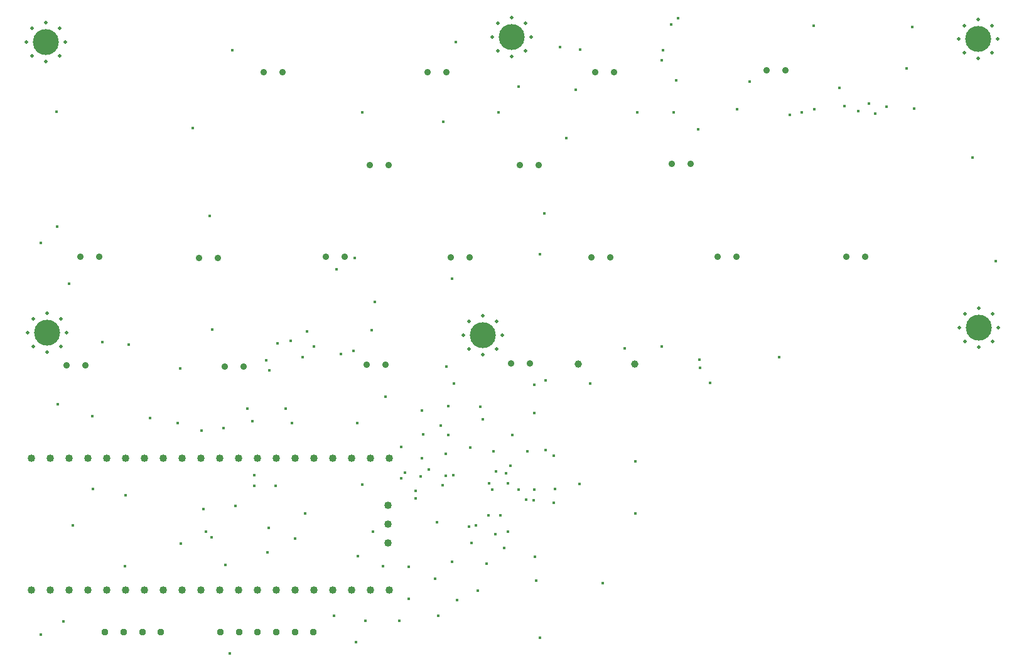
<source format=gbr>
%TF.GenerationSoftware,KiCad,Pcbnew,6.0.10+dfsg-1~bpo11+1*%
%TF.CreationDate,2023-02-28T12:29:17+00:00*%
%TF.ProjectId,CoverUI,436f7665-7255-4492-9e6b-696361645f70,rev?*%
%TF.SameCoordinates,Original*%
%TF.FileFunction,Plated,1,2,PTH,Drill*%
%TF.FilePolarity,Positive*%
%FSLAX46Y46*%
G04 Gerber Fmt 4.6, Leading zero omitted, Abs format (unit mm)*
G04 Created by KiCad (PCBNEW 6.0.10+dfsg-1~bpo11+1) date 2023-02-28 12:29:17*
%MOMM*%
%LPD*%
G01*
G04 APERTURE LIST*
%TA.AperFunction,ViaDrill*%
%ADD10C,0.400000*%
%TD*%
%TA.AperFunction,ComponentDrill*%
%ADD11C,0.500000*%
%TD*%
%TA.AperFunction,ComponentDrill*%
%ADD12C,0.914400*%
%TD*%
%TA.AperFunction,ComponentDrill*%
%ADD13C,0.950000*%
%TD*%
%TA.AperFunction,ComponentDrill*%
%ADD14C,1.000000*%
%TD*%
%TA.AperFunction,ComponentDrill*%
%ADD15C,1.020000*%
%TD*%
%TA.AperFunction,ComponentDrill*%
%ADD16C,3.500000*%
%TD*%
G04 APERTURE END LIST*
D10*
X68478400Y-92049600D03*
X68478400Y-144932000D03*
X70612000Y-74320400D03*
X70668400Y-89857900D03*
X70764400Y-113792000D03*
X71475600Y-143154000D03*
X72237600Y-97586800D03*
X72745600Y-130200000D03*
X75387200Y-115468000D03*
X75488800Y-125222000D03*
X76758800Y-105461000D03*
X79806800Y-135636000D03*
X79908400Y-126086000D03*
X80314800Y-105816000D03*
X83159600Y-115672000D03*
X86918800Y-116383000D03*
X87289600Y-109012000D03*
X87325200Y-132639000D03*
X88950800Y-76555600D03*
X90119200Y-117348000D03*
X90373200Y-127965000D03*
X90729044Y-130962244D03*
X91236800Y-88392000D03*
X91490800Y-131775000D03*
X91592400Y-103734000D03*
X93065600Y-117043000D03*
X93319600Y-135534000D03*
X93914900Y-147444000D03*
X94284800Y-66090800D03*
X94742000Y-127508000D03*
X96316800Y-114402000D03*
X96977200Y-116078000D03*
X97282000Y-123393000D03*
X97282000Y-124866000D03*
X98856800Y-107899000D03*
X99041700Y-133757000D03*
X99217400Y-130517000D03*
X99263200Y-109271000D03*
X100112000Y-124810000D03*
X100335448Y-105599100D03*
X101498000Y-114402000D03*
X102139000Y-105238000D03*
X102362000Y-116332000D03*
X102768000Y-131978000D03*
X103744000Y-107485500D03*
X104140000Y-128575000D03*
X104346000Y-103985000D03*
X105258000Y-106020000D03*
X108025000Y-142348000D03*
X108333000Y-95652500D03*
X108915000Y-107036000D03*
X110592000Y-106578500D03*
X110812000Y-94090100D03*
X110947000Y-145948000D03*
X111100000Y-116383000D03*
X111201000Y-134315000D03*
X111785000Y-74411000D03*
X111785000Y-124628000D03*
X112268000Y-143053000D03*
X113072300Y-103794200D03*
X113267000Y-131019000D03*
X113498400Y-100055000D03*
X114605000Y-135687000D03*
X114960000Y-112776000D03*
X116789000Y-143053000D03*
X117089272Y-123834991D03*
X117094000Y-119583000D03*
X117599056Y-123033944D03*
X118059000Y-135788000D03*
X118110000Y-140106000D03*
X118974000Y-126543000D03*
X119021000Y-125541000D03*
X119646000Y-123532000D03*
X119820000Y-114642000D03*
X119826000Y-121136000D03*
X119990000Y-117856000D03*
X120752000Y-122631000D03*
X121666000Y-137363000D03*
X121869000Y-129743000D03*
X122072000Y-142392000D03*
X122377000Y-116738000D03*
X122631000Y-124765000D03*
X122733000Y-75742800D03*
X123038000Y-120548000D03*
X123088000Y-123444000D03*
X123178000Y-108760000D03*
X123432000Y-118000000D03*
X123444000Y-114097000D03*
X123925300Y-96916800D03*
X123934000Y-135103000D03*
X124044000Y-123407000D03*
X124155000Y-111049000D03*
X124460000Y-64922400D03*
X124562000Y-140259000D03*
X126201000Y-130311000D03*
X126402000Y-119622000D03*
X126501000Y-132538000D03*
X127143000Y-130191000D03*
X127352000Y-138954000D03*
X127711000Y-114198000D03*
X128088000Y-115831000D03*
X128575000Y-135331000D03*
X128829000Y-128778000D03*
X128930000Y-124511000D03*
X129292000Y-125339500D03*
X129489000Y-120142000D03*
X129743000Y-131318000D03*
X129839000Y-122840000D03*
X130165000Y-74411000D03*
X130454000Y-128829000D03*
X130962000Y-133198000D03*
X131166000Y-123102000D03*
X131420000Y-131013000D03*
X131465000Y-124466000D03*
X131826000Y-122123000D03*
X132080000Y-117958000D03*
X132893000Y-70967600D03*
X132893000Y-125324000D03*
X133904000Y-126689000D03*
X134112000Y-120178700D03*
X134886000Y-126732000D03*
X134976000Y-111201000D03*
X134976000Y-115011000D03*
X135026000Y-125324000D03*
X135077000Y-134366000D03*
X135230000Y-137617000D03*
X135737600Y-93573600D03*
X135738000Y-145288000D03*
X136373000Y-88061800D03*
X136492000Y-119996000D03*
X136550000Y-110642000D03*
X137638000Y-127071000D03*
X137668000Y-120749000D03*
X137820000Y-125273000D03*
X138466000Y-65683100D03*
X139344000Y-77927200D03*
X140564000Y-71424800D03*
X141072000Y-124538000D03*
X141224000Y-65989200D03*
X142570000Y-111039000D03*
X144272000Y-137922000D03*
X147168000Y-106324000D03*
X148641000Y-121564000D03*
X148641000Y-128524000D03*
X148882000Y-74411000D03*
X152170000Y-67398100D03*
X152197000Y-106070000D03*
X152349000Y-66090800D03*
X153430000Y-62631000D03*
X153760000Y-74411000D03*
X154178000Y-70104000D03*
X154372000Y-61777700D03*
X157074000Y-76758800D03*
X157263000Y-107825000D03*
X157318000Y-108887000D03*
X158741000Y-110923000D03*
X162325000Y-73993400D03*
X164033000Y-70307200D03*
X168046000Y-107493000D03*
X169490000Y-74776300D03*
X171091000Y-74411000D03*
X172720000Y-62738000D03*
X172768000Y-74001300D03*
X176174000Y-71120000D03*
X176835000Y-73609200D03*
X178664000Y-74269600D03*
X180100000Y-73247100D03*
X181000000Y-74625200D03*
X182542000Y-73687900D03*
X185217000Y-68478400D03*
X185979000Y-62890400D03*
X186239000Y-73912700D03*
X194107000Y-80518000D03*
X197256000Y-94538800D03*
D11*
%TO.C,H1001*%
X66492000Y-64977000D03*
%TO.C,H1003*%
X66662000Y-104137000D03*
%TO.C,H1001*%
X67260845Y-63120845D03*
X67260845Y-66833155D03*
%TO.C,H1003*%
X67430845Y-102280845D03*
X67430845Y-105993155D03*
%TO.C,H1001*%
X69117000Y-62352000D03*
X69117000Y-67602000D03*
%TO.C,H1003*%
X69287000Y-101512000D03*
X69287000Y-106762000D03*
%TO.C,H1001*%
X70973155Y-63120845D03*
X70973155Y-66833155D03*
%TO.C,H1003*%
X71143155Y-102280845D03*
X71143155Y-105993155D03*
%TO.C,H1001*%
X71742000Y-64977000D03*
%TO.C,H1003*%
X71912000Y-104137000D03*
%TO.C,H1004*%
X125402000Y-104487000D03*
X126170845Y-102630845D03*
X126170845Y-106343155D03*
X128027000Y-101862000D03*
X128027000Y-107112000D03*
%TO.C,H1006*%
X129302000Y-64287000D03*
%TO.C,H1004*%
X129883155Y-102630845D03*
X129883155Y-106343155D03*
%TO.C,H1006*%
X130070845Y-62430845D03*
X130070845Y-66143155D03*
%TO.C,H1004*%
X130652000Y-104487000D03*
%TO.C,H1006*%
X131927000Y-61662000D03*
X131927000Y-66912000D03*
X133783155Y-62430845D03*
X133783155Y-66143155D03*
X134552000Y-64287000D03*
%TO.C,H1002*%
X192252000Y-64577000D03*
%TO.C,H1005*%
X192312000Y-103507000D03*
%TO.C,H1002*%
X193020845Y-62720845D03*
X193020845Y-66433155D03*
%TO.C,H1005*%
X193080845Y-101650845D03*
X193080845Y-105363155D03*
%TO.C,H1002*%
X194877000Y-61952000D03*
X194877000Y-67202000D03*
%TO.C,H1005*%
X194937000Y-100882000D03*
X194937000Y-106132000D03*
%TO.C,H1002*%
X196733155Y-62720845D03*
X196733155Y-66433155D03*
%TO.C,H1005*%
X196793155Y-101650845D03*
X196793155Y-105363155D03*
%TO.C,H1002*%
X197502000Y-64577000D03*
%TO.C,H1005*%
X197562000Y-103507000D03*
D12*
%TO.C,D1015*%
X71932000Y-108607000D03*
%TO.C,D1008*%
X73787000Y-93947000D03*
%TO.C,D1015*%
X74472000Y-108607000D03*
%TO.C,D1008*%
X76327000Y-93947000D03*
%TO.C,D1009*%
X89822000Y-94067000D03*
X92362000Y-94067000D03*
%TO.C,D1016*%
X93272000Y-108777000D03*
X95812000Y-108777000D03*
%TO.C,D1001*%
X98472000Y-69037000D03*
X101012000Y-69037000D03*
%TO.C,D1010*%
X106892000Y-93947000D03*
X109432000Y-93947000D03*
%TO.C,D1017*%
X112392000Y-108497000D03*
%TO.C,D1005*%
X112852000Y-81577000D03*
%TO.C,D1017*%
X114932000Y-108497000D03*
%TO.C,D1005*%
X115392000Y-81577000D03*
%TO.C,D1002*%
X120632000Y-69037000D03*
X123172000Y-69037000D03*
%TO.C,D1011*%
X123722000Y-94007000D03*
X126262000Y-94007000D03*
%TO.C,D1018*%
X131862000Y-108317000D03*
%TO.C,D1006*%
X133062000Y-81527000D03*
%TO.C,D1018*%
X134402000Y-108317000D03*
%TO.C,D1006*%
X135602000Y-81527000D03*
%TO.C,D1012*%
X142742000Y-94007000D03*
%TO.C,D1003*%
X143252000Y-69037000D03*
%TO.C,D1012*%
X145282000Y-94007000D03*
%TO.C,D1003*%
X145792000Y-69037000D03*
%TO.C,D1007*%
X153562000Y-81407000D03*
X156102000Y-81407000D03*
%TO.C,D1013*%
X159752000Y-93887000D03*
X162292000Y-93887000D03*
%TO.C,D1004*%
X166332000Y-68757000D03*
X168872000Y-68757000D03*
%TO.C,D1014*%
X177042000Y-93947000D03*
X179582000Y-93947000D03*
D13*
%TO.C,J1001*%
X77132800Y-144576800D03*
X79632800Y-144576800D03*
X82132800Y-144576800D03*
X84632800Y-144576800D03*
%TO.C,J2*%
X92706800Y-144576800D03*
X95206800Y-144576800D03*
X97706800Y-144576800D03*
X100206800Y-144576800D03*
X102706800Y-144576800D03*
X105206800Y-144576800D03*
D14*
%TO.C,BZ1*%
X140929200Y-108356400D03*
X148529200Y-108356400D03*
D15*
%TO.C,U1*%
X67208400Y-121056400D03*
X67208400Y-138836400D03*
X69748400Y-121056400D03*
X69748400Y-138836400D03*
X72288400Y-121056400D03*
X72288400Y-138836400D03*
X74828400Y-121056400D03*
X74828400Y-138836400D03*
X77368400Y-121056400D03*
X77368400Y-138836400D03*
X79908400Y-121056400D03*
X79908400Y-138836400D03*
X82448400Y-121056400D03*
X82448400Y-138836400D03*
X84988400Y-121056400D03*
X84988400Y-138836400D03*
X87528400Y-121056400D03*
X87528400Y-138836400D03*
X90068400Y-121056400D03*
X90068400Y-138836400D03*
X92608400Y-121056400D03*
X92608400Y-138836400D03*
X95148400Y-121056400D03*
X95148400Y-138836400D03*
X97688400Y-121056400D03*
X97688400Y-138836400D03*
X100228400Y-121056400D03*
X100228400Y-138836400D03*
X102768400Y-121056400D03*
X102768400Y-138836400D03*
X105308400Y-121056400D03*
X105308400Y-138836400D03*
X107848400Y-121056400D03*
X107848400Y-138836400D03*
X110388400Y-121056400D03*
X110388400Y-138836400D03*
X112928400Y-121056400D03*
X112928400Y-138836400D03*
X115238400Y-127406400D03*
X115238400Y-129946400D03*
X115238400Y-132486400D03*
X115468400Y-121056400D03*
X115468400Y-138836400D03*
D16*
%TO.C,H1001*%
X69117000Y-64977000D03*
%TO.C,H1003*%
X69287000Y-104137000D03*
%TO.C,H1004*%
X128027000Y-104487000D03*
%TO.C,H1006*%
X131927000Y-64287000D03*
%TO.C,H1002*%
X194877000Y-64577000D03*
%TO.C,H1005*%
X194937000Y-103507000D03*
M02*

</source>
